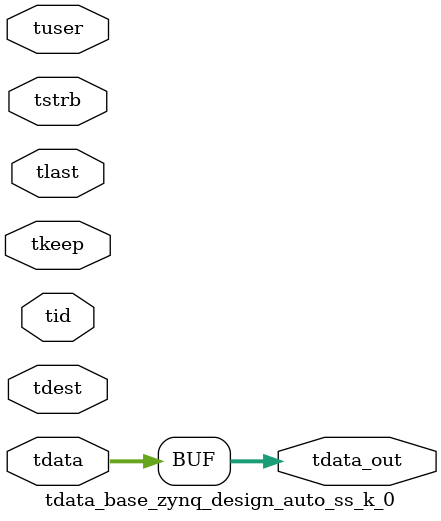
<source format=v>


`timescale 1ps/1ps

module tdata_base_zynq_design_auto_ss_k_0 #
(
parameter C_S_AXIS_TDATA_WIDTH = 32,
parameter C_S_AXIS_TUSER_WIDTH = 0,
parameter C_S_AXIS_TID_WIDTH   = 0,
parameter C_S_AXIS_TDEST_WIDTH = 0,
parameter C_M_AXIS_TDATA_WIDTH = 32
)
(
input  [(C_S_AXIS_TDATA_WIDTH == 0 ? 1 : C_S_AXIS_TDATA_WIDTH)-1:0     ] tdata,
input  [(C_S_AXIS_TUSER_WIDTH == 0 ? 1 : C_S_AXIS_TUSER_WIDTH)-1:0     ] tuser,
input  [(C_S_AXIS_TID_WIDTH   == 0 ? 1 : C_S_AXIS_TID_WIDTH)-1:0       ] tid,
input  [(C_S_AXIS_TDEST_WIDTH == 0 ? 1 : C_S_AXIS_TDEST_WIDTH)-1:0     ] tdest,
input  [(C_S_AXIS_TDATA_WIDTH/8)-1:0 ] tkeep,
input  [(C_S_AXIS_TDATA_WIDTH/8)-1:0 ] tstrb,
input                                                                    tlast,
output [C_M_AXIS_TDATA_WIDTH-1:0] tdata_out
);

assign tdata_out = {tdata[31:0]};

endmodule


</source>
